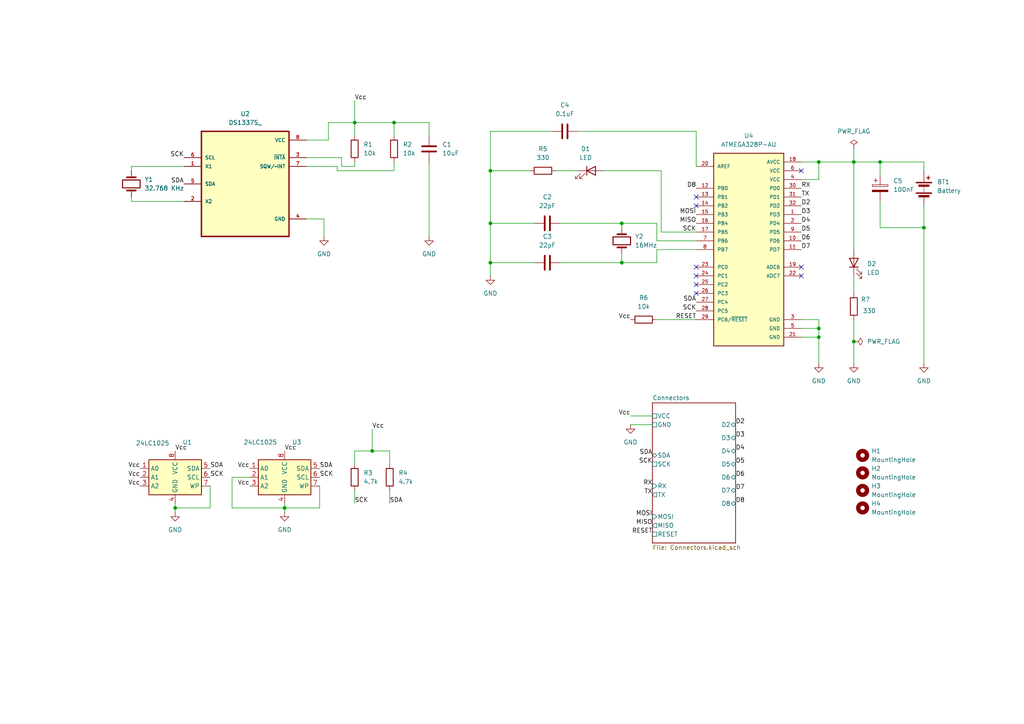
<source format=kicad_sch>
(kicad_sch (version 20250114) (generator "eeschema") (generator_version "9.0")
  (paper "A4")
  (title_block (title "${project_name}") (date "2025-08-08") (rev "V1"))
  (lib_symbols
    (symbol "ATMEGA328P-AU:ATMEGA328P-AU" (pin_names (offset 1.016))
      (property "Reference" "U4" (at 0 33.02 0))
      (property "Value" "ATMEGA328P-AU" (at 0 30.48 0))
      (symbol "ATMEGA328P-AU_0_0"
        (rectangle (start -10.16 -27.94) (end 10.16 27.94) (stroke (width 0.254)) (fill (type background)))
        (pin input line (at -15.24 24.13 0) (length 5.08) (name "AREF") (number "20"))
        (pin bidirectional line (at -15.24 17.78 0) (length 5.08) (name "PB0") (number "12"))
        (pin bidirectional line (at -15.24 15.24 0) (length 5.08) (name "PB1") (number "13"))
        (pin bidirectional line (at -15.24 12.7 0) (length 5.08) (name "PB2") (number "14"))
        (pin bidirectional line (at -15.24 10.16 0) (length 5.08) (name "PB3") (number "15"))
        (pin bidirectional line (at -15.24 7.62 0) (length 5.08) (name "PB4") (number "16"))
        (pin bidirectional line (at -15.24 5.08 0) (length 5.08) (name "PB5") (number "17"))
        (pin bidirectional line (at -15.24 2.54 0) (length 5.08) (name "PB6") (number "7"))
        (pin bidirectional line (at -15.24 0 0) (length 5.08) (name "PB7") (number "8"))
        (pin bidirectional line (at -15.24 -5.08 0) (length 5.08) (name "PC0") (number "23"))
        (pin bidirectional line (at -15.24 -7.62 0) (length 5.08) (name "PC1") (number "24"))
        (pin bidirectional line (at -15.24 -10.16 0) (length 5.08) (name "PC2") (number "25"))
        (pin bidirectional line (at -15.24 -12.7 0) (length 5.08) (name "PC3") (number "26"))
        (pin bidirectional line (at -15.24 -15.24 0) (length 5.08) (name "PC4") (number "27"))
        (pin bidirectional line (at -15.24 -17.78 0) (length 5.08) (name "PC5") (number "28"))
        (pin bidirectional line (at -15.24 -20.32 0) (length 5.08) (name "PC6/~{RESET}") (number "29"))
        (pin power_in line (at 15.24 25.4 180) (length 5.08) (name "AVCC") (number "18"))
        (pin power_in line (at 15.24 22.86 180) (length 5.08) (name "VCC") (number "6"))
        (pin power_in line (at 15.24 20.32 180) (length 5.08) (name "VCC") (number "4"))
        (pin bidirectional line (at 15.24 17.78 180) (length 5.08) (name "PD0") (number "30"))
        (pin bidirectional line (at 15.24 15.24 180) (length 5.08) (name "PD1") (number "31"))
        (pin bidirectional line (at 15.24 12.7 180) (length 5.08) (name "PD2") (number "32"))
        (pin bidirectional line (at 15.24 10.16 180) (length 5.08) (name "PD3") (number "1"))
        (pin bidirectional line (at 15.24 7.62 180) (length 5.08) (name "PD4") (number "2"))
        (pin bidirectional line (at 15.24 5.08 180) (length 5.08) (name "PD5") (number "9"))
        (pin bidirectional line (at 15.24 2.54 180) (length 5.08) (name "PD6") (number "10"))
        (pin bidirectional line (at 15.24 0 180) (length 5.08) (name "PD7") (number "11"))
        (pin bidirectional line (at 15.24 -5.08 180) (length 5.08) (name "ADC6") (number "19"))
        (pin bidirectional line (at 15.24 -7.62 180) (length 5.08) (name "ADC7") (number "22"))
        (pin power_in line (at 15.24 -20.32 180) (length 5.08) (name "GND") (number "3"))
        (pin power_in line (at 15.24 -22.86 180) (length 5.08) (name "GND") (number "5"))
        (pin power_in line (at 15.24 -25.4 180) (length 5.08) (name "GND") (number "21"))
      )
    )
    (symbol "DS1337S_:DS1337S_" (pin_names (offset 1.016))
      (property "Reference" "U" (at -12.7 16.24 0))
      (property "Value" "DS1337S_" (at -12.7 -19.24 0))
      (symbol "DS1337S__0_0"
        (rectangle (start -12.7 -15.24) (end 12.7 15.24) (stroke (width 0.41)) (fill (type background)))
        (pin input line (at -17.78 7.62 0) (length 5.08) (name "SCL") (number "6"))
        (pin input line (at -17.78 5.08 0) (length 5.08) (name "X1") (number "1"))
        (pin bidirectional line (at -17.78 0 0) (length 5.08) (name "SDA") (number "5"))
        (pin bidirectional line (at -17.78 -5.08 0) (length 5.08) (name "X2") (number "2"))
        (pin power_in line (at 17.78 12.7 180) (length 5.08) (name "VCC") (number "8"))
        (pin output line (at 17.78 7.62 180) (length 5.08) (name "~{INTA}") (number "3"))
        (pin output line (at 17.78 5.08 180) (length 5.08) (name "SQW/~INT") (number "7"))
        (pin power_in line (at 17.78 -10.16 180) (length 5.08) (name "GND") (number "4"))
      )
    )
    (symbol "Device:Battery" (pin_numbers (hide yes)) (pin_names (offset 0) (hide yes))
      (property "Reference" "BT" (at 2.54 2.54 0))
      (property "Value" "Battery" (at 2.54 0 0))
      (symbol "Battery_0_1"
        (rectangle (start -2.286 1.778) (end 2.286 1.524) (fill (type outline)))
        (rectangle (start -2.286 -1.27) (end 2.286 -1.524) (fill (type outline)))
        (rectangle (start -1.524 1.016) (end 1.524 0.508) (fill (type outline)))
        (rectangle (start -1.524 -2.032) (end 1.524 -2.54) (fill (type outline)))
        (polyline (pts (xy 0 1.778) (xy 0 2.54)))
        (polyline (pts (xy 0 0) (xy 0 0.254)))
        (polyline (pts (xy 0 -0.508) (xy 0 -0.254)))
        (polyline (pts (xy 0 -1.016) (xy 0 -0.762)))
        (polyline (pts (xy 0.762 3.048) (xy 1.778 3.048)) (stroke (width 0.254)))
        (polyline (pts (xy 1.27 3.556) (xy 1.27 2.54)) (stroke (width 0.254)))
      )
      (symbol "Battery_1_1"
        (pin passive line (at 0 5.08 270) (length 2.54) (name "+") (number "1"))
        (pin passive line (at 0 -5.08 90) (length 2.54) (name "-") (number "2"))
      )
    )
    (symbol "Device:C" (pin_numbers (hide yes)) (pin_names (offset 0.254))
      (property "Reference" "C" (at 0.635 2.54 0))
      (property "Value" "C" (at 0.635 -2.54 0))
      (symbol "C_0_1"
        (polyline (pts (xy -2.032 0.762) (xy 2.032 0.762)) (stroke (width 0.508)))
        (polyline (pts (xy -2.032 -0.762) (xy 2.032 -0.762)) (stroke (width 0.508)))
      )
      (symbol "C_1_1"
        (pin passive line (at 0 3.81 270) (length 2.794) (name "~") (number "1"))
        (pin passive line (at 0 -3.81 90) (length 2.794) (name "~") (number "2"))
      )
    )
    (symbol "Device:C_Polarized" (pin_numbers (hide yes)) (pin_names (offset 0.254))
      (property "Reference" "C" (at 0.635 2.54 0))
      (property "Value" "C_Polarized" (at 0.635 -2.54 0))
      (symbol "C_Polarized_0_1"
        (rectangle (start -2.286 0.508) (end 2.286 1.016))
        (polyline (pts (xy -1.778 2.286) (xy -0.762 2.286)))
        (polyline (pts (xy -1.27 2.794) (xy -1.27 1.778)))
        (rectangle (start 2.286 -0.508) (end -2.286 -1.016) (fill (type outline)))
      )
      (symbol "C_Polarized_1_1"
        (pin passive line (at 0 3.81 270) (length 2.794) (name "~") (number "1"))
        (pin passive line (at 0 -3.81 90) (length 2.794) (name "~") (number "2"))
      )
    )
    (symbol "Device:Crystal" (pin_numbers (hide yes)) (pin_names (offset 1.016) (hide yes))
      (property "Reference" "Y" (at 0 3.81 0))
      (property "Value" "Crystal" (at 0 -3.81 0))
      (symbol "Crystal_0_1"
        (polyline (pts (xy -2.54 0) (xy -1.905 0)))
        (polyline (pts (xy -1.905 -1.27) (xy -1.905 1.27)) (stroke (width 0.508)))
        (rectangle (start -1.143 2.54) (end 1.143 -2.54) (stroke (width 0.3048)))
        (polyline (pts (xy 1.905 -1.27) (xy 1.905 1.27)) (stroke (width 0.508)))
        (polyline (pts (xy 2.54 0) (xy 1.905 0)))
      )
      (symbol "Crystal_1_1"
        (pin passive line (at -3.81 0 0) (length 1.27) (name "1") (number "1"))
        (pin passive line (at 3.81 0 180) (length 1.27) (name "2") (number "2"))
      )
    )
    (symbol "Device:LED" (pin_numbers (hide yes)) (pin_names (offset 1.016) (hide yes))
      (property "Reference" "D" (at 0 2.54 0))
      (property "Value" "LED" (at 0 -2.54 0))
      (symbol "LED_0_1"
        (polyline (pts (xy -3.048 -0.762) (xy -4.572 -2.286) (xy -3.81 -2.286) (xy -4.572 -2.286) (xy -4.572 -1.524)))
        (polyline (pts (xy -1.778 -0.762) (xy -3.302 -2.286) (xy -2.54 -2.286) (xy -3.302 -2.286) (xy -3.302 -1.524)))
        (polyline (pts (xy -1.27 0) (xy 1.27 0)))
        (polyline (pts (xy -1.27 -1.27) (xy -1.27 1.27)) (stroke (width 0.254)))
        (polyline (pts (xy 1.27 -1.27) (xy 1.27 1.27) (xy -1.27 0) (xy 1.27 -1.27)) (stroke (width 0.254)))
      )
      (symbol "LED_1_1"
        (pin passive line (at -3.81 0 0) (length 2.54) (name "K") (number "1"))
        (pin passive line (at 3.81 0 180) (length 2.54) (name "A") (number "2"))
      )
    )
    (symbol "Device:R" (pin_numbers (hide yes)) (pin_names (offset 0))
      (property "Reference" "R" (at 2.032 0 90))
      (property "Value" "R" (at 0 0 90))
      (symbol "R_0_1"
        (rectangle (start -1.016 -2.54) (end 1.016 2.54) (stroke (width 0.254)))
      )
      (symbol "R_1_1"
        (pin passive line (at 0 3.81 270) (length 1.27) (name "~") (number "1"))
        (pin passive line (at 0 -3.81 90) (length 1.27) (name "~") (number "2"))
      )
    )
    (symbol "Mechanical:MountingHole" (pin_names (offset 1.016)) (in_bom no)
      (property "Reference" "H" (at 0 5.08 0))
      (property "Value" "MountingHole" (at 0 3.175 0))
      (symbol "MountingHole_0_1"
        (circle (center 0 0) (radius 1.27) (stroke (width 1.27)))
      )
    )
    (symbol "Memory_EEPROM:24LC1025"
      (property "Reference" "U" (at -6.35 6.35 0))
      (property "Value" "24LC1025" (at 1.27 6.35 0))
      (symbol "24LC1025_1_1"
        (rectangle (start -7.62 5.08) (end 7.62 -5.08) (stroke (width 0.254)) (fill (type background)))
        (pin input line (at -10.16 2.54 0) (length 2.54) (name "A0") (number "1"))
        (pin input line (at -10.16 0 0) (length 2.54) (name "A1") (number "2"))
        (pin input line (at -10.16 -2.54 0) (length 2.54) (name "A2") (number "3"))
        (pin power_in line (at 0 7.62 270) (length 2.54) (name "VCC") (number "8"))
        (pin power_in line (at 0 -7.62 90) (length 2.54) (name "GND") (number "4"))
        (pin bidirectional line (at 10.16 2.54 180) (length 2.54) (name "SDA") (number "5"))
        (pin input line (at 10.16 0 180) (length 2.54) (name "SCL") (number "6"))
        (pin input line (at 10.16 -2.54 180) (length 2.54) (name "WP") (number "7"))
      )
    )
    (symbol "power:GND" (power) (pin_numbers (hide yes)) (pin_names (offset 0) (hide yes))
      (property "Value" "GND" (at 0 -3.81 0))
      (symbol "GND_0_1"
        (polyline (pts (xy 0 0) (xy 0 -1.27) (xy 1.27 -1.27) (xy 0 -2.54) (xy -1.27 -1.27) (xy 0 -1.27)))
      )
      (symbol "GND_1_1"
        (pin power_in line (at 0 0 270) (length 0) (name "~") (number "1"))
      )
    )
    (symbol "power:PWR_FLAG" (power) (pin_numbers (hide yes)) (pin_names (offset 0) (hide yes))
      (property "Value" "PWR_FLAG" (at 0 3.81 0))
      (symbol "PWR_FLAG_0_0"
        (pin power_out line (at 0 0 90) (length 0) (name "~") (number "1"))
      )
      (symbol "PWR_FLAG_0_1"
        (polyline (pts (xy 0 0) (xy 0 1.27) (xy -1.016 1.905) (xy 0 2.54) (xy 1.016 1.905) (xy 0 1.27)))
      )
    )
  )
  (junction (at 107.95 130.81))
  (junction (at 247.65 99.06))
  (junction (at 180.34 64.77))
  (junction (at 82.55 147.32))
  (junction (at 142.24 49.53))
  (junction (at 267.97 66.04))
  (junction (at 142.24 76.2))
  (junction (at 247.65 46.99))
  (junction (at 237.49 95.25))
  (junction (at 180.34 76.2))
  (junction (at 142.24 64.77))
  (junction (at 237.49 46.99))
  (junction (at 114.3 35.56))
  (junction (at 102.87 35.56))
  (junction (at 50.8 147.32))
  (junction (at 237.49 97.79))
  (junction (at 255.27 46.99))
  (no_connect (at 232.41 77.47))
  (no_connect (at 201.93 59.69))
  (no_connect (at 201.93 80.01))
  (no_connect (at 201.93 82.55))
  (no_connect (at 201.93 85.09))
  (no_connect (at 201.93 57.15))
  (no_connect (at 232.41 80.01))
  (no_connect (at 232.41 49.53))
  (no_connect (at 201.93 77.47))
  (wire (pts (xy 190.5 69.85) (xy 201.93 69.85)))
  (wire (pts (xy 92.71 147.32) (xy 82.55 147.32)))
  (wire (pts (xy 161.29 49.53) (xy 167.64 49.53)))
  (wire (pts (xy 237.49 46.99) (xy 232.41 46.99)))
  (wire (pts (xy 182.88 123.19) (xy 189.23 123.19)))
  (wire (pts (xy 237.49 97.79) (xy 237.49 105.41)))
  (wire (pts (xy 154.94 64.77) (xy 142.24 64.77)))
  (wire (pts (xy 124.46 46.99) (xy 124.46 68.58)))
  (wire (pts (xy 232.41 95.25) (xy 237.49 95.25)))
  (wire (pts (xy 114.3 35.56) (xy 114.3 39.37)))
  (wire (pts (xy 255.27 66.04) (xy 267.97 66.04)))
  (wire (pts (xy 267.97 66.04) (xy 267.97 59.69)))
  (wire (pts (xy 201.93 72.39) (xy 190.5 72.39)))
  (wire (pts (xy 38.1 48.26) (xy 38.1 49.53)))
  (wire (pts (xy 88.9 45.72) (xy 99.06 45.72)))
  (wire (pts (xy 247.65 105.41) (xy 247.65 99.06)))
  (wire (pts (xy 60.96 147.32) (xy 50.8 147.32)))
  (wire (pts (xy 93.98 63.5) (xy 93.98 68.58)))
  (wire (pts (xy 162.56 64.77) (xy 180.34 64.77)))
  (wire (pts (xy 82.55 147.32) (xy 82.55 146.05)))
  (wire (pts (xy 180.34 73.66) (xy 180.34 76.2)))
  (wire (pts (xy 190.5 76.2) (xy 180.34 76.2)))
  (wire (pts (xy 67.31 147.32) (xy 82.55 147.32)))
  (wire (pts (xy 267.97 49.53) (xy 267.97 46.99)))
  (wire (pts (xy 53.34 58.42) (xy 38.1 58.42)))
  (wire (pts (xy 102.87 35.56) (xy 102.87 39.37)))
  (wire (pts (xy 124.46 35.56) (xy 124.46 39.37)))
  (wire (pts (xy 102.87 134.62) (xy 102.87 130.81)))
  (wire (pts (xy 97.79 48.26) (xy 97.79 49.53)))
  (wire (pts (xy 247.65 46.99) (xy 255.27 46.99)))
  (wire (pts (xy 247.65 80.01) (xy 247.65 85.09)))
  (wire (pts (xy 267.97 66.04) (xy 267.97 105.41)))
  (wire (pts (xy 255.27 58.42) (xy 255.27 66.04)))
  (wire (pts (xy 88.9 40.64) (xy 95.25 40.64)))
  (wire (pts (xy 232.41 52.07) (xy 237.49 52.07)))
  (wire (pts (xy 102.87 48.26) (xy 102.87 46.99)))
  (wire (pts (xy 82.55 148.59) (xy 82.55 147.32)))
  (wire (pts (xy 95.25 40.64) (xy 95.25 35.56)))
  (wire (pts (xy 60.96 140.97) (xy 60.96 147.32)))
  (wire (pts (xy 232.41 92.71) (xy 237.49 92.71)))
  (wire (pts (xy 97.79 49.53) (xy 114.3 49.53)))
  (wire (pts (xy 247.65 46.99) (xy 237.49 46.99)))
  (wire (pts (xy 114.3 46.99) (xy 114.3 49.53)))
  (wire (pts (xy 142.24 76.2) (xy 154.94 76.2)))
  (wire (pts (xy 95.25 35.56) (xy 102.87 35.56)))
  (wire (pts (xy 162.56 76.2) (xy 180.34 76.2)))
  (wire (pts (xy 102.87 29.21) (xy 102.87 35.56)))
  (wire (pts (xy 99.06 45.72) (xy 99.06 48.26)))
  (wire (pts (xy 190.5 64.77) (xy 180.34 64.77)))
  (wire (pts (xy 167.64 38.1) (xy 201.93 38.1)))
  (wire (pts (xy 142.24 80.01) (xy 142.24 76.2)))
  (wire (pts (xy 113.03 130.81) (xy 113.03 134.62)))
  (wire (pts (xy 191.77 49.53) (xy 191.77 67.31)))
  (wire (pts (xy 190.5 92.71) (xy 201.93 92.71)))
  (wire (pts (xy 190.5 69.85) (xy 190.5 64.77)))
  (wire (pts (xy 88.9 48.26) (xy 97.79 48.26)))
  (wire (pts (xy 38.1 58.42) (xy 38.1 57.15)))
  (wire (pts (xy 153.67 49.53) (xy 142.24 49.53)))
  (wire (pts (xy 142.24 49.53) (xy 142.24 64.77)))
  (wire (pts (xy 247.65 46.99) (xy 247.65 72.39)))
  (wire (pts (xy 102.87 142.24) (xy 102.87 146.05)))
  (wire (pts (xy 113.03 142.24) (xy 113.03 146.05)))
  (wire (pts (xy 180.34 64.77) (xy 180.34 66.04)))
  (wire (pts (xy 237.49 92.71) (xy 237.49 95.25)))
  (wire (pts (xy 72.39 138.43) (xy 67.31 138.43)))
  (wire (pts (xy 175.26 49.53) (xy 191.77 49.53)))
  (wire (pts (xy 237.49 52.07) (xy 237.49 46.99)))
  (wire (pts (xy 107.95 124.46) (xy 107.95 130.81)))
  (wire (pts (xy 160.02 38.1) (xy 142.24 38.1)))
  (wire (pts (xy 88.9 63.5) (xy 93.98 63.5)))
  (wire (pts (xy 114.3 35.56) (xy 124.46 35.56)))
  (wire (pts (xy 53.34 48.26) (xy 38.1 48.26)))
  (wire (pts (xy 190.5 72.39) (xy 190.5 76.2)))
  (wire (pts (xy 92.71 140.97) (xy 92.71 147.32)))
  (wire (pts (xy 102.87 35.56) (xy 114.3 35.56)))
  (wire (pts (xy 142.24 38.1) (xy 142.24 49.53)))
  (wire (pts (xy 142.24 64.77) (xy 142.24 76.2)))
  (wire (pts (xy 50.8 147.32) (xy 50.8 146.05)))
  (wire (pts (xy 102.87 130.81) (xy 107.95 130.81)))
  (wire (pts (xy 67.31 138.43) (xy 67.31 147.32)))
  (wire (pts (xy 267.97 46.99) (xy 255.27 46.99)))
  (wire (pts (xy 237.49 95.25) (xy 237.49 97.79)))
  (wire (pts (xy 191.77 67.31) (xy 201.93 67.31)))
  (wire (pts (xy 107.95 130.81) (xy 113.03 130.81)))
  (wire (pts (xy 182.88 120.65) (xy 189.23 120.65)))
  (wire (pts (xy 232.41 97.79) (xy 237.49 97.79)))
  (wire (pts (xy 247.65 99.06) (xy 247.65 92.71)))
  (wire (pts (xy 50.8 148.59) (xy 50.8 147.32)))
  (wire (pts (xy 255.27 46.99) (xy 255.27 50.8)))
  (wire (pts (xy 99.06 48.26) (xy 102.87 48.26)))
  (wire (pts (xy 247.65 43.18) (xy 247.65 46.99)))
  (wire (pts (xy 201.93 38.1) (xy 201.93 48.26)))
  (label "RX" (at 232.41 54.61 0))
  (label "Vcc" (at 102.87 29.21 0))
  (label "MISO" (at 189.23 152.4 180))
  (label "SCK" (at 60.96 138.43 0))
  (label "Vcc" (at 72.39 140.97 180))
  (label "SDA" (at 60.96 135.89 0))
  (label "Vcc" (at 182.88 92.71 180))
  (label "MOSI" (at 189.23 149.86 180))
  (label "SDA" (at 113.03 146.05 0))
  (label "SCK" (at 53.34 45.72 180))
  (label "RESET" (at 201.93 92.71 180))
  (label "RX" (at 189.23 140.97 180))
  (label "D3" (at 213.36 127 0))
  (label "SCK" (at 201.93 67.31 180))
  (label "TX" (at 189.23 143.51 180))
  (label "Vcc" (at 82.55 130.81 0))
  (label "SCK" (at 92.71 138.43 0))
  (label "D2" (at 232.41 59.69 0))
  (label "D6" (at 232.41 69.85 0))
  (label "D2" (at 213.36 123.19 0))
  (label "D8" (at 213.36 146.05 0))
  (label "D5" (at 232.41 67.31 0))
  (label "TX" (at 232.41 57.15 0))
  (label "Vcc" (at 40.64 140.97 180))
  (label "D4" (at 213.36 130.81 0))
  (label "D7" (at 232.41 72.39 0))
  (label "Vcc" (at 182.88 120.65 180))
  (label "D7" (at 213.36 142.24 0))
  (label "SDA" (at 189.23 132.08 180))
  (label "RESET" (at 189.23 154.94 180))
  (label "MOSI" (at 201.93 62.23 180))
  (label "D6" (at 213.36 138.43 0))
  (label "SCK" (at 189.23 134.62 180))
  (label "SCK" (at 201.93 90.17 180))
  (label "SDA" (at 92.71 135.89 0))
  (label "MISO" (at 201.93 64.77 180))
  (label "D5" (at 213.36 134.62 0))
  (label "Vcc" (at 107.95 124.46 0))
  (label "SDA" (at 201.93 87.63 180))
  (label "SDA" (at 53.34 53.34 180))
  (label "D3" (at 232.41 62.23 0))
  (label "Vcc" (at 40.64 135.89 180))
  (label "Vcc" (at 40.64 138.43 180))
  (label "Vcc" (at 72.39 135.89 180))
  (label "Vcc" (at 50.8 130.81 0))
  (label "D8" (at 201.93 54.61 180))
  (label "D4" (at 232.41 64.77 0))
  (label "SCK" (at 102.87 146.05 0))
  (symbol (lib_id "power:GND") (at 124.46 68.58 0) (unit 1)
    (property "Reference" "#PWR02" (effects (hide yes)))
    (property "Value" "GND" (at 124.46 73.66 0))
    (property "Description" "Power symbol creates a global label with name \"GND\" , ground" (effects (hide yes)))
  )
  (symbol (lib_id "Device:R") (at 186.69 92.71 90) (unit 1)
    (property "Reference" "R6" (at 186.69 86.36 90))
    (property "Value" "10k" (at 186.69 88.9 90))
    (property "Footprint" "Resistor_SMD:R_0805_2012Metric" (effects (hide yes)))
    (property "Description" "Resistor" (effects (hide yes)))
  )
  (symbol (lib_id "power:GND") (at 82.55 148.59 0) (unit 1)
    (property "Reference" "#PWR04" (effects (hide yes)))
    (property "Value" "GND" (at 82.55 153.67 0))
    (property "Description" "Power symbol creates a global label with name \"GND\" , ground" (effects (hide yes)))
  )
  (symbol (lib_id "power:GND") (at 247.65 105.41 0) (unit 1)
    (property "Reference" "#PWR06" (effects (hide yes)))
    (property "Value" "GND" (at 247.65 110.49 0))
    (property "Description" "Power symbol creates a global label with name \"GND\" , ground" (effects (hide yes)))
  )
  (symbol (lib_id "Mechanical:MountingHole") (at 250.19 132.08 0) (unit 1) (in_bom no)
    (property "Reference" "H1" (at 252.73 130.8099 0) (effects (justify left)))
    (property "Value" "MountingHole" (at 252.73 133.3499 0) (effects (justify left)))
    (property "Footprint" "MountingHole:MountingHole_2.1mm" (effects (hide yes)))
    (property "Description" "Mounting Hole without connection" (effects (hide yes)))
  )
  (symbol (lib_id "Device:R") (at 102.87 138.43 0) (unit 1)
    (property "Reference" "R3" (at 105.41 137.1599 0) (effects (justify left)))
    (property "Value" "4.7k" (at 105.41 139.6999 0) (effects (justify left)))
    (property "Footprint" "Resistor_SMD:R_0805_2012Metric" (effects (hide yes)))
    (property "Description" "Resistor" (effects (hide yes)))
  )
  (symbol (lib_id "Device:Battery") (at 267.97 54.61 0) (unit 1)
    (property "Reference" "BT1" (at 271.78 52.7684 0) (effects (justify left)))
    (property "Value" "Battery" (at 271.78 55.3084 0) (effects (justify left)))
    (property "Footprint" "Connector_PinHeader_2.54mm:PinHeader_1x02_P2.54mm_Vertical" (effects (hide yes)))
    (property "Description" "Multiple-cell battery" (effects (hide yes)))
  )
  (symbol (lib_id "power:PWR_FLAG") (at 247.65 99.06 270) (unit 1)
    (property "Reference" "#FLG02" (effects (hide yes)))
    (property "Value" "PWR_FLAG" (at 251.46 99.0599 90) (effects (justify left)))
    (property "Description" "Special symbol for telling ERC where power comes from" (effects (hide yes)))
  )
  (symbol (lib_id "Device:R") (at 247.65 88.9 0) (unit 1)
    (property "Reference" "R7" (at 249.682 86.868 0) (effects (justify left)))
    (property "Value" "330" (at 250.19 90.1699 0) (effects (justify left)))
    (property "Footprint" "Resistor_SMD:R_0805_2012Metric" (effects (hide yes)))
    (property "Description" "Resistor" (effects (hide yes)))
  )
  (symbol (lib_id "Device:R") (at 113.03 138.43 0) (unit 1)
    (property "Reference" "R4" (at 115.57 137.1599 0) (effects (justify left)))
    (property "Value" "4.7k" (at 115.57 139.6999 0) (effects (justify left)))
    (property "Footprint" "Resistor_SMD:R_0805_2012Metric" (effects (hide yes)))
    (property "Description" "Resistor" (effects (hide yes)))
  )
  (symbol (lib_id "Device:LED") (at 171.45 49.53 0) (unit 1)
    (property "Reference" "D1" (at 169.8625 43.18 0))
    (property "Value" "LED" (at 169.8625 45.72 0))
    (property "Footprint" "LED_SMD:LED_0805_2012Metric" (effects (hide yes)))
    (property "Description" "Light emitting diode" (effects (hide yes)))
    (property "Sim.Pins" "1=K 2=A" (effects (hide yes)))
  )
  (symbol (lib_id "Device:R") (at 102.87 43.18 0) (unit 1)
    (property "Reference" "R1" (at 105.41 41.9099 0) (effects (justify left)))
    (property "Value" "10k" (at 105.41 44.4499 0) (effects (justify left)))
    (property "Footprint" "Resistor_SMD:R_0805_2012Metric" (effects (hide yes)))
    (property "Description" "Resistor" (effects (hide yes)))
  )
  (symbol (lib_id "Device:C") (at 158.75 76.2 90) (unit 1)
    (property "Reference" "C3" (at 158.75 68.58 90))
    (property "Value" "22pF" (at 158.75 71.12 90))
    (property "Footprint" "Capacitor_SMD:C_0805_2012Metric" (effects (hide yes)))
    (property "Description" "Unpolarized capacitor" (effects (hide yes)))
  )
  (symbol (lib_id "power:GND") (at 142.24 80.01 0) (unit 1)
    (property "Reference" "#PWR08" (effects (hide yes)))
    (property "Value" "GND" (at 142.24 85.09 0))
    (property "Description" "Power symbol creates a global label with name \"GND\" , ground" (effects (hide yes)))
  )
  (symbol (lib_id "Device:R") (at 114.3 43.18 0) (unit 1)
    (property "Reference" "R2" (at 116.84 41.9099 0) (effects (justify left)))
    (property "Value" "10k" (at 116.84 44.4499 0) (effects (justify left)))
    (property "Footprint" "Resistor_SMD:R_0805_2012Metric" (effects (hide yes)))
    (property "Description" "Resistor" (effects (hide yes)))
  )
  (symbol (lib_id "Memory_EEPROM:24LC1025") (at 82.55 138.43 0) (unit 1)
    (property "Reference" "U3" (at 84.6933 128.27 0) (effects (justify left)))
    (property "Value" "24LC1025" (at 70.612 128.27 0) (effects (justify left)))
    (property "Footprint" "Package_SO:SOIC-8_5.3x5.3mm_P1.27mm" (effects (hide yes)))
    (property "Datasheet" "http://ww1.microchip.com/downloads/en/DeviceDoc/21941B.pdf" (effects (hide yes)))
    (property "Description" "I2C Serial EEPROM, 1024Kb, DIP-8/SOIC-8/TSSOP-8/DFN-8" (effects (hide yes)))
  )
  (symbol (lib_id "power:GND") (at 93.98 68.58 0) (unit 1)
    (property "Reference" "#PWR01" (effects (hide yes)))
    (property "Value" "GND" (at 93.98 73.66 0))
    (property "Description" "Power symbol creates a global label with name \"GND\" , ground" (effects (hide yes)))
  )
  (symbol (lib_id "Memory_EEPROM:24LC1025") (at 50.8 138.43 0) (unit 1)
    (property "Reference" "U1" (at 52.9433 128.27 0) (effects (justify left)))
    (property "Value" "24LC1025" (at 39.37 128.524 0) (effects (justify left)))
    (property "Footprint" "Package_SO:SOIC-8_5.3x5.3mm_P1.27mm" (effects (hide yes)))
    (property "Datasheet" "http://ww1.microchip.com/downloads/en/DeviceDoc/21941B.pdf" (effects (hide yes)))
    (property "Description" "I2C Serial EEPROM, 1024Kb, DIP-8/SOIC-8/TSSOP-8/DFN-8" (effects (hide yes)))
  )
  (symbol (lib_id "Mechanical:MountingHole") (at 250.19 137.16 0) (unit 1) (in_bom no)
    (property "Reference" "H2" (at 252.73 135.8899 0) (effects (justify left)))
    (property "Value" "MountingHole" (at 252.73 138.4299 0) (effects (justify left)))
    (property "Footprint" "MountingHole:MountingHole_2.1mm" (effects (hide yes)))
    (property "Description" "Mounting Hole without connection" (effects (hide yes)))
  )
  (symbol (lib_id "power:GND") (at 182.88 123.19 0) (unit 1)
    (property "Reference" "#PWR09" (effects (hide yes)))
    (property "Value" "GND" (at 182.88 128.27 0))
    (property "Description" "Power symbol creates a global label with name \"GND\" , ground" (effects (hide yes)))
  )
  (symbol (lib_id "Device:R") (at 157.48 49.53 90) (unit 1)
    (property "Reference" "R5" (at 157.48 43.18 90))
    (property "Value" "330" (at 157.48 45.72 90))
    (property "Footprint" "Resistor_SMD:R_0805_2012Metric" (effects (hide yes)))
    (property "Description" "Resistor" (effects (hide yes)))
  )
  (symbol (lib_id "power:GND") (at 237.49 105.41 0) (unit 1)
    (property "Reference" "#PWR05" (effects (hide yes)))
    (property "Value" "GND" (at 237.49 110.49 0))
    (property "Description" "Power symbol creates a global label with name \"GND\" , ground" (effects (hide yes)))
  )
  (symbol (lib_id "ATMEGA328P-AU:ATMEGA328P-AU") (at 217.17 72.39 0) (unit 1)
    (property "Reference" "U4" (at 217.17 39.37 0))
    (property "Value" "ATMEGA328P-AU" (at 217.17 41.91 0))
    (property "Footprint" "ATMEGA328P-AU:QFP80P900X900X120-32N" (effects (hide yes)))
    (property "MF" "MICROCHIP TECH." (effects (hide yes)))
    (property "MAXIMUM_PACKAGE_HEIGHT" "1.20mm" (effects (hide yes)))
    (property "Package" "TQFP-32 Microchip" (effects (hide yes)))
    (property "Price" "None" (effects (hide yes)))
    (property "Check_prices" "https://www.snapeda.com/parts/ATMEGA328P-AU/Microchip/view-part/?ref=eda" (effects (hide yes)))
    (property "STANDARD" "IPC-7351B" (effects (hide yes)))
    (property "PARTREV" "8271A" (effects (hide yes)))
    (property "SnapEDA_Link" "https://www.snapeda.com/parts/ATMEGA328P-AU/Microchip/view-part/?ref=snap" (effects (hide yes)))
    (property "MP" "ATMEGA328P-AU" (effects (hide yes)))
    (property "Description_1" "MCU 8-bit - AVR ATmega Family ATmega328 Series Microcontrollers - 20 MHz - 32 KB - 2 KB - 32 Pins." (effects (hide yes)))
    (property "Availability" "In Stock" (effects (hide yes)))
    (property "MANUFACTURER" "Microchip" (effects (hide yes)))
  )
  (symbol (lib_id "power:PWR_FLAG") (at 247.65 43.18 0) (unit 1)
    (property "Reference" "#FLG01" (effects (hide yes)))
    (property "Value" "PWR_FLAG" (at 247.65 38.1 0))
    (property "Description" "Special symbol for telling ERC where power comes from" (effects (hide yes)))
  )
  (symbol (lib_id "Device:C") (at 163.83 38.1 90) (unit 1)
    (property "Reference" "C4" (at 163.83 30.48 90))
    (property "Value" "0.1uF" (at 163.83 33.02 90))
    (property "Footprint" "Capacitor_SMD:C_0805_2012Metric" (effects (hide yes)))
    (property "Description" "Unpolarized capacitor" (effects (hide yes)))
  )
  (symbol (lib_id "Device:C") (at 158.75 64.77 90) (unit 1)
    (property "Reference" "C2" (at 158.75 57.15 90))
    (property "Value" "22pF" (at 158.75 59.69 90))
    (property "Footprint" "Capacitor_SMD:C_0805_2012Metric" (effects (hide yes)))
    (property "Description" "Unpolarized capacitor" (effects (hide yes)))
  )
  (symbol (lib_id "Device:Crystal") (at 180.34 69.85 90) (unit 1)
    (property "Reference" "Y2" (at 184.15 68.5799 90) (effects (justify right)))
    (property "Value" "16MHz" (at 184.15 71.1199 90) (effects (justify right)))
    (property "Footprint" "Crystal:Crystal_SMD_5032-2Pin_5.0x3.2mm_HandSoldering" (effects (hide yes)))
    (property "Description" "Two pin crystal" (effects (hide yes)))
  )
  (symbol (lib_id "DS1337S_:DS1337S_") (at 71.12 53.34 0) (unit 1)
    (property "Reference" "U2" (at 71.12 33.02 0))
    (property "Value" "DS1337S_" (at 71.12 35.56 0))
    (property "Footprint" "DS1337S_:SOIC127P600X175-8N" (effects (hide yes)))
    (property "MF" "Maxim Integrated Products" (effects (hide yes)))
    (property "Description_1" "Real Time Clock (RTC) IC Clock/Calendar I2C, 2-Wire Serial 8-SOIC (0.154, 3.90mm Width)" (effects (hide yes)))
    (property "Package" "SOIC-8 Maxim" (effects (hide yes)))
    (property "Price" "None" (effects (hide yes)))
    (property "SnapEDA_Link" "https://www.snapeda.com/parts/DS1337S+/Maxim+Integrated/view-part/?ref=snap" (effects (hide yes)))
    (property "MP" "DS1337S+" (effects (hide yes)))
    (property "Availability" "In Stock" (effects (hide yes)))
    (property "Check_prices" "https://www.snapeda.com/parts/DS1337S+/Maxim+Integrated/view-part/?ref=eda" (effects (hide yes)))
  )
  (symbol (lib_id "power:GND") (at 50.8 148.59 0) (unit 1)
    (property "Reference" "#PWR03" (effects (hide yes)))
    (property "Value" "GND" (at 50.8 153.67 0))
    (property "Description" "Power symbol creates a global label with name \"GND\" , ground" (effects (hide yes)))
  )
  (symbol (lib_id "Mechanical:MountingHole") (at 250.19 147.32 0) (unit 1) (in_bom no)
    (property "Reference" "H4" (at 252.73 146.0499 0) (effects (justify left)))
    (property "Value" "MountingHole" (at 252.73 148.5899 0) (effects (justify left)))
    (property "Footprint" "MountingHole:MountingHole_2.1mm" (effects (hide yes)))
    (property "Description" "Mounting Hole without connection" (effects (hide yes)))
  )
  (symbol (lib_id "Device:C_Polarized") (at 255.27 54.61 0) (unit 1)
    (property "Reference" "C5" (at 259.08 52.4509 0) (effects (justify left)))
    (property "Value" "100nF" (at 259.08 54.9909 0) (effects (justify left)))
    (property "Footprint" "Capacitor_SMD:C_0805_2012Metric" (effects (hide yes)))
    (property "Description" "Polarized capacitor" (effects (hide yes)))
  )
  (symbol (lib_id "Device:C") (at 124.46 43.18 0) (unit 1)
    (property "Reference" "C1" (at 128.27 41.9099 0) (effects (justify left)))
    (property "Value" "10uF" (at 128.27 44.4499 0) (effects (justify left)))
    (property "Footprint" "Capacitor_SMD:C_0805_2012Metric" (effects (hide yes)))
    (property "Description" "Unpolarized capacitor" (effects (hide yes)))
  )
  (symbol (lib_id "Device:Crystal") (at 38.1 53.34 90) (unit 1)
    (property "Reference" "Y1" (at 41.91 52.0699 90) (effects (justify right)))
    (property "Value" "32.768 KHz" (at 41.91 54.6099 90) (effects (justify right)))
    (property "Footprint" "Crystal:Crystal_SMD_5032-2Pin_5.0x3.2mm_HandSoldering" (effects (hide yes)))
    (property "Description" "Two pin crystal" (effects (hide yes)))
  )
  (symbol (lib_id "power:GND") (at 267.97 105.41 0) (unit 1)
    (property "Reference" "#PWR07" (effects (hide yes)))
    (property "Value" "GND" (at 267.97 110.49 0))
    (property "Description" "Power symbol creates a global label with name \"GND\" , ground" (effects (hide yes)))
  )
  (symbol (lib_id "Mechanical:MountingHole") (at 250.19 142.24 0) (unit 1) (in_bom no)
    (property "Reference" "H3" (at 252.73 140.9699 0) (effects (justify left)))
    (property "Value" "MountingHole" (at 252.73 143.5099 0) (effects (justify left)))
    (property "Footprint" "MountingHole:MountingHole_2.1mm" (effects (hide yes)))
    (property "Description" "Mounting Hole without connection" (effects (hide yes)))
  )
  (symbol (lib_id "Device:LED") (at 247.65 76.2 90) (unit 1)
    (property "Reference" "D2" (at 251.46 76.5174 90) (effects (justify right)))
    (property "Value" "LED" (at 251.46 79.0574 90) (effects (justify right)))
    (property "Footprint" "LED_SMD:LED_0805_2012Metric" (effects (hide yes)))
    (property "Description" "Light emitting diode" (effects (hide yes)))
    (property "Sim.Pins" "1=K 2=A" (effects (hide yes)))
  )
  (sheet (at 189.23 116.84) (size 24.13 40.64) (stroke (width 0.1524))
    (property "Sheetname" "Connectors" (at 189.23 116.1284 0) (effects (justify left bottom)))
    (property "Sheetfile" "Connectors.kicad_sch" (at 189.23 158.0646 0) (effects (justify left top)))
    (pin "D8" bidirectional (at 213.36 146.05 0))
    (pin "RESET" passive (at 189.23 154.94 180))
    (pin "VCC" passive (at 189.23 120.65 180))
    (pin "SDA" bidirectional (at 189.23 132.08 180))
    (pin "MOSI" input (at 189.23 149.86 180))
    (pin "SCK" passive (at 189.23 134.62 180))
    (pin "D2" bidirectional (at 213.36 123.19 0))
    (pin "D5" bidirectional (at 213.36 134.62 0))
    (pin "D7" bidirectional (at 213.36 142.24 0))
    (pin "D6" bidirectional (at 213.36 138.43 0))
    (pin "MISO" output (at 189.23 152.4 180))
    (pin "RX" input (at 189.23 140.97 180))
    (pin "D3" bidirectional (at 213.36 127 0))
    (pin "GND" passive (at 189.23 123.19 180))
    (pin "TX" output (at 189.23 143.51 180))
    (pin "D4" bidirectional (at 213.36 130.81 0))
  )
)
</source>
